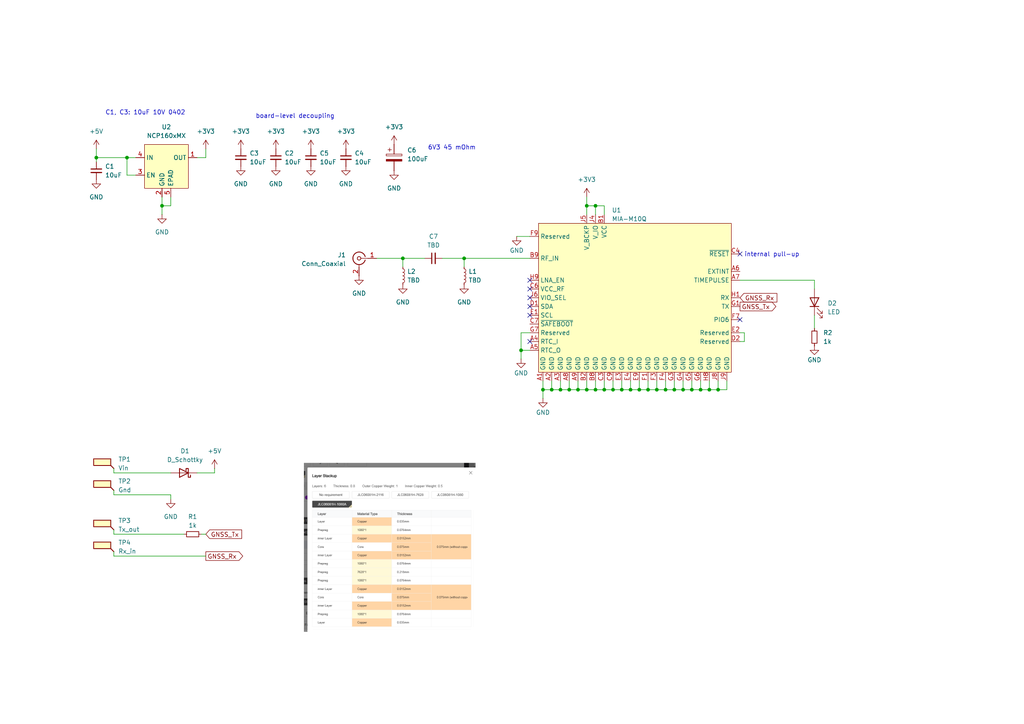
<source format=kicad_sch>
(kicad_sch (version 20231120) (generator "eeschema") (generator_version "8.0")
  (paper "A4")
  (lib_symbols
    (symbol "Connector:Conn_Coaxial" (pin_names (offset 1.016) hide)
      (property "Reference" "J" (at 0.254 3.048 0))
      (property "Value" "Conn_Coaxial" (at 2.921 0 90))
      (symbol "Conn_Coaxial_0_1"
        (arc (start -1.778 -0.508) (mid 0.2311 -1.8066) (end 1.778 0) (stroke (width 0.254)))
        (polyline (pts (xy -2.54 0) (xy -0.508 0)))
        (polyline (pts (xy 0 -2.54) (xy 0 -1.778)))
        (circle (center 0 0) (radius 0.508) (stroke (width 0.2032)))
        (arc (start 1.778 0) (mid 0.2099 1.8101) (end -1.778 0.508) (stroke (width 0.254)))
      )
      (symbol "Conn_Coaxial_1_1"
        (pin passive line (at -5.08 0 0) (length 2.54) (name "In") (number "1"))
        (pin passive line (at 0 -5.08 90) (length 2.54) (name "Ext") (number "2"))
      )
    )
    (symbol "Connector:TestPoint_Flag" (pin_numbers hide) (pin_names (offset 0.762) hide)
      (property "Reference" "TP" (at 3.429 1.778 0))
      (property "Value" "TestPoint_Flag" (at 3.302 4.191 0))
      (symbol "TestPoint_Flag_0_1"
        (polyline (pts (xy 0 0) (xy 0.889 0.889)) (stroke (width 0.254)))
        (rectangle (start 0.889 2.794) (end 5.842 0.889) (stroke (width 0.254)) (fill (type background)))
      )
      (symbol "TestPoint_Flag_1_1"
        (pin passive line (at 0 0 90) (length 0) (name "1") (number "1"))
      )
    )
    (symbol "Device:C_Polarized" (pin_numbers hide) (pin_names (offset 0.254))
      (property "Reference" "C" (at 0.635 2.54 0))
      (property "Value" "C_Polarized" (at 0.635 -2.54 0))
      (symbol "C_Polarized_0_1"
        (rectangle (start -2.286 0.508) (end 2.286 1.016))
        (polyline (pts (xy -1.778 2.286) (xy -0.762 2.286)))
        (polyline (pts (xy -1.27 2.794) (xy -1.27 1.778)))
        (rectangle (start 2.286 -0.508) (end -2.286 -1.016) (fill (type outline)))
      )
      (symbol "C_Polarized_1_1"
        (pin passive line (at 0 3.81 270) (length 2.794) (name "~") (number "1"))
        (pin passive line (at 0 -3.81 90) (length 2.794) (name "~") (number "2"))
      )
    )
    (symbol "Device:C_Small" (pin_numbers hide) (pin_names (offset 0.254) hide)
      (property "Reference" "C" (at 0.254 1.778 0))
      (property "Value" "C_Small" (at 0.254 -2.032 0))
      (symbol "C_Small_0_1"
        (polyline (pts (xy -1.524 -0.508) (xy 1.524 -0.508)) (stroke (width 0.3302)))
        (polyline (pts (xy -1.524 0.508) (xy 1.524 0.508)) (stroke (width 0.3048)))
      )
      (symbol "C_Small_1_1"
        (pin passive line (at 0 2.54 270) (length 2.032) (name "~") (number "1"))
        (pin passive line (at 0 -2.54 90) (length 2.032) (name "~") (number "2"))
      )
    )
    (symbol "Device:D_Schottky" (pin_numbers hide) (pin_names (offset 1.016) hide)
      (property "Reference" "D" (at 0 2.54 0))
      (property "Value" "D_Schottky" (at 0 -2.54 0))
      (symbol "D_Schottky_0_1"
        (polyline (pts (xy 1.27 0) (xy -1.27 0)))
        (polyline (pts (xy 1.27 1.27) (xy 1.27 -1.27) (xy -1.27 0) (xy 1.27 1.27)) (stroke (width 0.254)))
        (polyline (pts (xy -1.905 0.635) (xy -1.905 1.27) (xy -1.27 1.27) (xy -1.27 -1.27) (xy -0.635 -1.27) (xy -0.635 -0.635)) (stroke (width 0.254)))
      )
      (symbol "D_Schottky_1_1"
        (pin passive line (at -3.81 0 0) (length 2.54) (name "K") (number "1"))
        (pin passive line (at 3.81 0 180) (length 2.54) (name "A") (number "2"))
      )
    )
    (symbol "Device:LED" (pin_numbers hide) (pin_names (offset 1.016) hide)
      (property "Reference" "D" (at 0 2.54 0))
      (property "Value" "LED" (at 0 -2.54 0))
      (symbol "LED_0_1"
        (polyline (pts (xy -1.27 -1.27) (xy -1.27 1.27)) (stroke (width 0.254)))
        (polyline (pts (xy -1.27 0) (xy 1.27 0)))
        (polyline (pts (xy 1.27 -1.27) (xy 1.27 1.27) (xy -1.27 0) (xy 1.27 -1.27)) (stroke (width 0.254)))
        (polyline (pts (xy -3.048 -0.762) (xy -4.572 -2.286) (xy -3.81 -2.286) (xy -4.572 -2.286) (xy -4.572 -1.524)))
        (polyline (pts (xy -1.778 -0.762) (xy -3.302 -2.286) (xy -2.54 -2.286) (xy -3.302 -2.286) (xy -3.302 -1.524)))
      )
      (symbol "LED_1_1"
        (pin passive line (at -3.81 0 0) (length 2.54) (name "K") (number "1"))
        (pin passive line (at 3.81 0 180) (length 2.54) (name "A") (number "2"))
      )
    )
    (symbol "Device:L_Small" (pin_numbers hide) (pin_names (offset 0.254) hide)
      (property "Reference" "L" (at 0.762 1.016 0))
      (property "Value" "L_Small" (at 0.762 -1.016 0))
      (symbol "L_Small_0_1"
        (arc (start 0 -2.032) (mid 0.5058 -1.524) (end 0 -1.016))
        (arc (start 0 -1.016) (mid 0.5058 -0.508) (end 0 0))
        (arc (start 0 0) (mid 0.5058 0.508) (end 0 1.016))
        (arc (start 0 1.016) (mid 0.5058 1.524) (end 0 2.032))
      )
      (symbol "L_Small_1_1"
        (pin passive line (at 0 2.54 270) (length 0.508) (name "~") (number "1"))
        (pin passive line (at 0 -2.54 90) (length 0.508) (name "~") (number "2"))
      )
    )
    (symbol "Device:R_Small" (pin_numbers hide) (pin_names (offset 0.254) hide)
      (property "Reference" "R" (at 0.762 0.508 0))
      (property "Value" "R_Small" (at 0.762 -1.016 0))
      (symbol "R_Small_0_1"
        (rectangle (start -0.762 1.778) (end 0.762 -1.778) (stroke (width 0.2032)))
      )
      (symbol "R_Small_1_1"
        (pin passive line (at 0 2.54 270) (length 0.762) (name "~") (number "1"))
        (pin passive line (at 0 -2.54 90) (length 0.762) (name "~") (number "2"))
      )
    )
    (symbol "PicoM10:MIA-M10Q"
      (property "Reference" "U" (at 0 0 0))
      (symbol "MIA-M10Q_0_0"
        (pin unspecified line (at -27.94 -21.59 90) (length 2.54) (name "GND") (number "A1"))
        (pin unspecified line (at -25.4 -21.59 90) (length 2.54) (name "GND") (number "A2"))
        (pin unspecified line (at -22.86 -21.59 90) (length 2.54) (name "GND") (number "A3"))
        (pin unspecified line (at -31.75 -10.16 0) (length 2.54) (name "RTC_I") (number "A4"))
        (pin unspecified line (at -31.75 -12.7 0) (length 2.54) (name "RTC_O") (number "A5"))
        (pin unspecified line (at 29.21 10.16 180) (length 2.54) (name "EXTINT") (number "A6"))
        (pin unspecified line (at 29.21 7.62 180) (length 2.54) (name "TIMEPULSE") (number "A7"))
        (pin unspecified line (at -20.32 -21.59 90) (length 2.54) (name "GND") (number "A8"))
        (pin unspecified line (at -17.78 -21.59 90) (length 2.54) (name "GND") (number "A9"))
        (pin unspecified line (at -10.16 26.67 270) (length 2.54) (name "VCC") (number "B1"))
        (pin unspecified line (at -15.24 -21.59 90) (length 2.54) (name "GND") (number "B2"))
        (pin unspecified line (at -12.7 -21.59 90) (length 2.54) (name "GND") (number "B8"))
        (pin unspecified line (at -31.75 13.97 0) (length 2.54) (name "RF_IN") (number "B9"))
        (pin no_connect line (at 13.97 26.67 270) (length 2.54) hide (name "Reserved") (number "C1"))
        (pin unspecified line (at -10.16 -21.59 90) (length 2.54) (name "GND") (number "C3"))
        (pin unspecified line (at 29.21 15.24 180) (length 2.54) (name "~{RESET}") (number "C4"))
        (pin no_connect line (at 11.43 26.67 270) (length 2.54) hide (name "Reserved") (number "C5"))
        (pin unspecified line (at -31.75 5.08 0) (length 2.54) (name "VCC_RF") (number "C6"))
        (pin unspecified line (at -31.75 -5.08 0) (length 2.54) (name "~{SAFEBOOT}") (number "C7"))
        (pin unspecified line (at -7.62 -21.59 90) (length 2.54) (name "GND") (number "C9"))
        (pin unspecified line (at -31.75 0 0) (length 2.54) (name "SDA") (number "D1"))
        (pin unspecified line (at 29.21 -10.16 180) (length 2.54) (name "Reserved") (number "D2"))
        (pin no_connect line (at 8.89 26.67 270) (length 2.54) hide (name "Reserved") (number "D9"))
        (pin unspecified line (at -31.75 -2.54 0) (length 2.54) (name "SCL") (number "E1"))
        (pin unspecified line (at 29.21 -7.62 180) (length 2.54) (name "Reserved") (number "E2"))
        (pin unspecified line (at -5.08 -21.59 90) (length 2.54) (name "GND") (number "E3"))
        (pin unspecified line (at -2.54 -21.59 90) (length 2.54) (name "GND") (number "E4"))
        (pin no_connect line (at 6.35 26.67 270) (length 2.54) hide (name "Reserved") (number "E7"))
        (pin unspecified line (at 0 -21.59 90) (length 2.54) (name "GND") (number "E9"))
        (pin unspecified line (at 2.54 -21.59 90) (length 2.54) (name "GND") (number "F1"))
        (pin unspecified line (at 5.08 -21.59 90) (length 2.54) (name "GND") (number "F3"))
        (pin unspecified line (at 7.62 -21.59 90) (length 2.54) (name "GND") (number "F4"))
        (pin unspecified line (at 29.21 -3.81 180) (length 2.54) (name "PIO6") (number "F7"))
        (pin unspecified line (at -31.75 20.32 0) (length 2.54) (name "Reserved") (number "F9"))
        (pin unspecified line (at 29.21 0 180) (length 2.54) (name "TX") (number "G1"))
        (pin unspecified line (at 10.16 -21.59 90) (length 2.54) (name "GND") (number "G3"))
        (pin unspecified line (at 12.7 -21.59 90) (length 2.54) (name "GND") (number "G4"))
        (pin unspecified line (at 15.24 -21.59 90) (length 2.54) (name "GND") (number "G5"))
        (pin unspecified line (at 17.78 -21.59 90) (length 2.54) (name "GND") (number "G6"))
        (pin unspecified line (at -31.75 -7.62 0) (length 2.54) (name "Reserved") (number "G7"))
        (pin no_connect line (at 3.81 26.67 270) (length 2.54) hide (name "Reserved") (number "G9"))
        (pin unspecified line (at 29.21 2.54 180) (length 2.54) (name "RX") (number "H1"))
        (pin unspecified line (at 20.32 -21.59 90) (length 2.54) (name "GND") (number "H8"))
        (pin unspecified line (at -31.75 7.62 0) (length 2.54) (name "LNA_EN") (number "H9"))
        (pin no_connect line (at 1.27 26.67 270) (length 2.54) hide (name "Reserved") (number "J1"))
        (pin no_connect line (at -1.27 26.67 270) (length 2.54) hide (name "Reserved") (number "J2"))
        (pin no_connect line (at -3.81 26.67 270) (length 2.54) hide (name "Reserved") (number "J3"))
        (pin unspecified line (at -12.7 26.67 270) (length 2.54) (name "V_IO") (number "J4"))
        (pin unspecified line (at -15.24 26.67 270) (length 2.54) (name "V_BCKP") (number "J5"))
        (pin unspecified line (at -31.75 2.54 0) (length 2.54) (name "VIO_SEL") (number "J6"))
        (pin no_connect line (at -6.35 26.67 270) (length 2.54) hide (name "Reserved") (number "J7"))
        (pin unspecified line (at 22.86 -21.59 90) (length 2.54) (name "GND") (number "J8"))
        (pin unspecified line (at 25.4 -21.59 90) (length 2.54) (name "GND") (number "J9"))
      )
      (symbol "MIA-M10Q_0_1"
        (rectangle (start -29.21 24.13) (end 26.67 -19.05) (fill (type background)))
      )
    )
    (symbol "PicoM10:NCP160xMX"
      (property "Reference" "U" (at 0 5.08 0))
      (property "Value" "NCP160xMX" (at 0 0 0))
      (symbol "NCP160xMX_0_1"
        (rectangle (start -6.35 6.35) (end 6.35 -6.35) (stroke (width 0.1524)) (fill (type background)))
      )
      (symbol "NCP160xMX_1_1"
        (pin power_out line (at 8.89 2.54 180) (length 2.54) (name "OUT") (number "1"))
        (pin power_in line (at -1.27 -8.89 90) (length 2.54) (name "GND") (number "2"))
        (pin passive line (at -8.89 -2.54 0) (length 2.54) (name "EN") (number "3"))
        (pin power_in line (at -8.89 2.54 0) (length 2.54) (name "IN") (number "4"))
        (pin power_in line (at 1.27 -8.89 90) (length 2.54) (name "EPAD") (number "5"))
      )
    )
    (symbol "power:+3V3" (power) (pin_numbers hide) (pin_names (offset 0) hide)
      (property "Value" "+3V3" (at 0 3.556 0))
      (symbol "+3V3_0_1"
        (polyline (pts (xy -0.762 1.27) (xy 0 2.54)))
        (polyline (pts (xy 0 0) (xy 0 2.54)))
        (polyline (pts (xy 0 2.54) (xy 0.762 1.27)))
      )
      (symbol "+3V3_1_1"
        (pin power_in line (at 0 0 90) (length 0) (name "~") (number "1"))
      )
    )
    (symbol "power:+5V" (power) (pin_numbers hide) (pin_names (offset 0) hide)
      (property "Value" "+5V" (at 0 3.556 0))
      (symbol "+5V_0_1"
        (polyline (pts (xy -0.762 1.27) (xy 0 2.54)))
        (polyline (pts (xy 0 0) (xy 0 2.54)))
        (polyline (pts (xy 0 2.54) (xy 0.762 1.27)))
      )
      (symbol "+5V_1_1"
        (pin power_in line (at 0 0 90) (length 0) (name "~") (number "1"))
      )
    )
    (symbol "power:GND" (power) (pin_numbers hide) (pin_names (offset 0) hide)
      (property "Value" "GND" (at 0 -3.81 0))
      (symbol "GND_0_1"
        (polyline (pts (xy 0 0) (xy 0 -1.27) (xy 1.27 -1.27) (xy 0 -2.54) (xy -1.27 -1.27) (xy 0 -1.27)))
      )
      (symbol "GND_1_1"
        (pin power_in line (at 0 0 270) (length 0) (name "~") (number "1"))
      )
    )
  )
  (junction (at 187.96 113.03))
  (junction (at 160.02 113.03))
  (junction (at 182.88 113.03))
  (junction (at 36.83 45.72))
  (junction (at 208.28 113.03))
  (junction (at 200.66 113.03))
  (junction (at 116.84 74.93))
  (junction (at 205.74 113.03))
  (junction (at 27.94 45.72))
  (junction (at 162.56 113.03))
  (junction (at 167.64 113.03))
  (junction (at 165.1 113.03))
  (junction (at 180.34 113.03))
  (junction (at 175.26 113.03))
  (junction (at 198.12 113.03))
  (junction (at 157.48 113.03))
  (junction (at 134.62 74.93))
  (junction (at 193.04 113.03))
  (junction (at 172.72 59.69))
  (junction (at 170.18 59.69))
  (junction (at 177.8 113.03))
  (junction (at 172.72 113.03))
  (junction (at 185.42 113.03))
  (junction (at 190.5 113.03))
  (junction (at 203.2 113.03))
  (junction (at 170.18 113.03))
  (junction (at 151.13 101.6))
  (junction (at 46.99 59.69))
  (junction (at 195.58 113.03))
  (no_connect (at 153.67 99.06))
  (no_connect (at 153.67 91.44))
  (no_connect (at 153.67 83.82))
  (no_connect (at 153.67 88.9))
  (no_connect (at 153.67 81.28))
  (no_connect (at 214.63 92.71))
  (no_connect (at 153.67 86.36))
  (no_connect (at 214.63 73.66))
  (wire (pts (xy 33.02 153.67) (xy 33.02 154.94)))
  (wire (pts (xy 27.94 46.99) (xy 27.94 45.72)))
  (wire (pts (xy 153.67 68.58) (xy 149.86 68.58)))
  (wire (pts (xy 208.28 110.49) (xy 208.28 113.03)))
  (wire (pts (xy 33.02 161.29) (xy 59.69 161.29)))
  (wire (pts (xy 134.62 74.93) (xy 134.62 77.47)))
  (wire (pts (xy 153.67 101.6) (xy 151.13 101.6)))
  (wire (pts (xy 172.72 62.23) (xy 172.72 59.69)))
  (wire (pts (xy 170.18 59.69) (xy 170.18 62.23)))
  (wire (pts (xy 151.13 96.52) (xy 151.13 101.6)))
  (wire (pts (xy 39.37 50.8) (xy 36.83 50.8)))
  (wire (pts (xy 170.18 59.69) (xy 172.72 59.69)))
  (wire (pts (xy 33.02 135.89) (xy 33.02 137.16)))
  (wire (pts (xy 36.83 50.8) (xy 36.83 45.72)))
  (wire (pts (xy 198.12 113.03) (xy 200.66 113.03)))
  (wire (pts (xy 151.13 101.6) (xy 151.13 104.14)))
  (wire (pts (xy 193.04 110.49) (xy 193.04 113.03)))
  (wire (pts (xy 172.72 110.49) (xy 172.72 113.03)))
  (wire (pts (xy 177.8 113.03) (xy 180.34 113.03)))
  (wire (pts (xy 165.1 113.03) (xy 167.64 113.03)))
  (wire (pts (xy 49.53 59.69) (xy 46.99 59.69)))
  (wire (pts (xy 187.96 110.49) (xy 187.96 113.03)))
  (wire (pts (xy 195.58 113.03) (xy 198.12 113.03)))
  (wire (pts (xy 214.63 96.52) (xy 215.9 96.52)))
  (wire (pts (xy 200.66 113.03) (xy 203.2 113.03)))
  (wire (pts (xy 165.1 110.49) (xy 165.1 113.03)))
  (wire (pts (xy 160.02 110.49) (xy 160.02 113.03)))
  (wire (pts (xy 57.15 137.16) (xy 62.23 137.16)))
  (wire (pts (xy 116.84 74.93) (xy 116.84 77.47)))
  (wire (pts (xy 182.88 113.03) (xy 185.42 113.03)))
  (wire (pts (xy 215.9 96.52) (xy 215.9 99.06)))
  (wire (pts (xy 36.83 45.72) (xy 39.37 45.72)))
  (wire (pts (xy 153.67 96.52) (xy 151.13 96.52)))
  (wire (pts (xy 160.02 113.03) (xy 162.56 113.03)))
  (wire (pts (xy 116.84 74.93) (xy 123.19 74.93)))
  (wire (pts (xy 172.72 59.69) (xy 175.26 59.69)))
  (wire (pts (xy 27.94 45.72) (xy 36.83 45.72)))
  (wire (pts (xy 214.63 99.06) (xy 215.9 99.06)))
  (wire (pts (xy 109.22 74.93) (xy 116.84 74.93)))
  (wire (pts (xy 193.04 113.03) (xy 195.58 113.03)))
  (wire (pts (xy 185.42 113.03) (xy 187.96 113.03)))
  (wire (pts (xy 167.64 113.03) (xy 170.18 113.03)))
  (wire (pts (xy 175.26 62.23) (xy 175.26 59.69)))
  (wire (pts (xy 167.64 110.49) (xy 167.64 113.03)))
  (wire (pts (xy 33.02 142.24) (xy 33.02 143.51)))
  (wire (pts (xy 58.42 154.94) (xy 59.69 154.94)))
  (wire (pts (xy 200.66 110.49) (xy 200.66 113.03)))
  (wire (pts (xy 172.72 113.03) (xy 175.26 113.03)))
  (wire (pts (xy 33.02 154.94) (xy 53.34 154.94)))
  (wire (pts (xy 190.5 110.49) (xy 190.5 113.03)))
  (wire (pts (xy 208.28 113.03) (xy 210.82 113.03)))
  (wire (pts (xy 157.48 110.49) (xy 157.48 113.03)))
  (wire (pts (xy 198.12 110.49) (xy 198.12 113.03)))
  (wire (pts (xy 33.02 137.16) (xy 49.53 137.16)))
  (wire (pts (xy 180.34 113.03) (xy 182.88 113.03)))
  (wire (pts (xy 170.18 110.49) (xy 170.18 113.03)))
  (wire (pts (xy 59.69 43.18) (xy 59.69 45.72)))
  (wire (pts (xy 162.56 113.03) (xy 165.1 113.03)))
  (wire (pts (xy 180.34 110.49) (xy 180.34 113.03)))
  (wire (pts (xy 46.99 57.15) (xy 46.99 59.69)))
  (wire (pts (xy 49.53 57.15) (xy 49.53 59.69)))
  (wire (pts (xy 128.27 74.93) (xy 134.62 74.93)))
  (wire (pts (xy 46.99 59.69) (xy 46.99 62.23)))
  (wire (pts (xy 62.23 135.89) (xy 62.23 137.16)))
  (wire (pts (xy 203.2 113.03) (xy 205.74 113.03)))
  (wire (pts (xy 170.18 113.03) (xy 172.72 113.03)))
  (wire (pts (xy 182.88 110.49) (xy 182.88 113.03)))
  (wire (pts (xy 157.48 113.03) (xy 160.02 113.03)))
  (wire (pts (xy 134.62 74.93) (xy 153.67 74.93)))
  (wire (pts (xy 170.18 57.15) (xy 170.18 59.69)))
  (wire (pts (xy 214.63 81.28) (xy 236.22 81.28)))
  (wire (pts (xy 157.48 113.03) (xy 157.48 115.57)))
  (wire (pts (xy 203.2 110.49) (xy 203.2 113.03)))
  (wire (pts (xy 195.58 110.49) (xy 195.58 113.03)))
  (wire (pts (xy 205.74 113.03) (xy 208.28 113.03)))
  (wire (pts (xy 175.26 113.03) (xy 177.8 113.03)))
  (wire (pts (xy 210.82 110.49) (xy 210.82 113.03)))
  (wire (pts (xy 205.74 110.49) (xy 205.74 113.03)))
  (wire (pts (xy 33.02 160.02) (xy 33.02 161.29)))
  (wire (pts (xy 236.22 81.28) (xy 236.22 83.82)))
  (wire (pts (xy 177.8 110.49) (xy 177.8 113.03)))
  (wire (pts (xy 190.5 113.03) (xy 193.04 113.03)))
  (wire (pts (xy 236.22 91.44) (xy 236.22 95.25)))
  (wire (pts (xy 27.94 43.18) (xy 27.94 45.72)))
  (wire (pts (xy 162.56 110.49) (xy 162.56 113.03)))
  (wire (pts (xy 49.53 143.51) (xy 49.53 144.78)))
  (wire (pts (xy 175.26 110.49) (xy 175.26 113.03)))
  (wire (pts (xy 185.42 110.49) (xy 185.42 113.03)))
  (wire (pts (xy 187.96 113.03) (xy 190.5 113.03)))
  (wire (pts (xy 33.02 143.51) (xy 49.53 143.51)))
  (wire (pts (xy 57.15 45.72) (xy 59.69 45.72)))
  (image (at 113.03 158.75) (scale 0.235179))
  (text "C1, C3: 10uF 10V 0402" (at 42.164 32.766 0) (effects (font (size 1.27 1.27))))
  (text "board-level decoupling" (at 85.598 33.782 0) (effects (font (size 1.27 1.27))))
  (text "internal pull-up" (at 215.9 73.914 0) (effects (font (size 1.27 1.27)) (justify left)))
  (text "6V3 45 mOhm" (at 131.064 42.926 0) (effects (font (size 1.27 1.27))))
  (global_label "GNSS_Rx" (shape output) (at 59.69 161.29 0) (property "Intersheetrefs" "${INTERSHEET_REFS}" (effects (hide yes))))
  (global_label "GNSS_Rx" (shape input) (at 214.63 86.36 0) (property "Intersheetrefs" "${INTERSHEET_REFS}" (effects (hide yes))))
  (global_label "GNSS_Tx" (shape input) (at 59.69 154.94 0) (property "Intersheetrefs" "${INTERSHEET_REFS}" (effects (hide yes))))
  (global_label "GNSS_Tx" (shape output) (at 214.63 88.9 0) (property "Intersheetrefs" "${INTERSHEET_REFS}" (effects (hide yes))))
  (symbol (lib_id "power:GND") (at 149.86 68.58 0) (unit 1)
    (property "Reference" "#PWR01" (effects (hide yes)))
    (property "Value" "GND" (at 149.86 72.644 0))
    (property "Description" "Power symbol creates a global label with name \"GND\" , ground" (effects (hide yes)))
  )
  (symbol (lib_id "Device:C_Small") (at 125.73 74.93 90) (unit 1)
    (property "Reference" "C7" (at 125.7363 68.58 90))
    (property "Value" "TBD" (at 125.7363 71.12 90))
    (property "Footprint" "PicoM10:C_0201_0603Metric_mod" (effects (hide yes)))
    (property "Description" "Unpolarized capacitor, small symbol" (effects (hide yes)))
  )
  (symbol (lib_id "Device:C_Small") (at 80.01 45.72 0) (unit 1)
    (property "Reference" "C2" (at 82.55 44.4562 0) (effects (justify left)))
    (property "Value" "10uF" (at 82.55 46.9962 0) (effects (justify left)))
    (property "Footprint" "Capacitor_SMD:C_0402_1005Metric" (effects (hide yes)))
    (property "Description" "Unpolarized capacitor, small symbol" (effects (hide yes)))
  )
  (symbol (lib_id "power:+3V3") (at 114.3 41.91 0) (unit 1)
    (property "Reference" "#PWR014" (effects (hide yes)))
    (property "Value" "+3V3" (at 114.3 36.83 0))
    (property "Description" "Power symbol creates a global label with name \"+3V3\"" (effects (hide yes)))
  )
  (symbol (lib_id "power:GND") (at 49.53 144.78 0) (unit 1)
    (property "Reference" "#PWR05" (effects (hide yes)))
    (property "Value" "GND" (at 49.53 149.86 0))
    (property "Description" "Power symbol creates a global label with name \"GND\" , ground" (effects (hide yes)))
  )
  (symbol (lib_id "Device:LED") (at 236.22 87.63 90) (unit 1)
    (property "Reference" "D2" (at 240.03 87.9474 90) (effects (justify right)))
    (property "Value" "LED" (at 240.03 90.4874 90) (effects (justify right)))
    (property "Footprint" "PicoM10:LED_0201_0603Metric_mod" (effects (hide yes)))
    (property "Description" "Light emitting diode" (effects (hide yes)))
  )
  (symbol (lib_id "Connector:Conn_Coaxial") (at 104.14 74.93 0) (mirror y) (unit 1)
    (property "Reference" "J1" (at 100.33 73.9531 0) (effects (justify left)))
    (property "Value" "Conn_Coaxial" (at 100.33 76.4931 0) (effects (justify left)))
    (property "Footprint" "Connector_Coaxial:U.FL_Molex_MCRF_73412-0110_Vertical" (effects (hide yes)))
    (property "Description" "coaxial connector (BNC, SMA, SMB, SMC, Cinch/RCA, LEMO, ...)" (effects (hide yes)))
  )
  (symbol (lib_id "PicoM10:MIA-M10Q") (at 185.42 88.9 0) (unit 1)
    (property "Reference" "U1" (at 177.4541 60.96 0) (effects (justify left)))
    (property "Value" "MIA-M10Q" (at 177.4541 63.5 0) (effects (justify left)))
    (property "Footprint" "PicoM10:SLGA-53_MIA-M10Q" (effects (hide yes)))
  )
  (symbol (lib_id "Connector:TestPoint_Flag") (at 33.02 160.02 0) (mirror y) (unit 1)
    (property "Reference" "TP4" (at 34.29 157.3529 0) (effects (justify right)))
    (property "Value" "Rx_in" (at 34.29 159.8929 0) (effects (justify right)))
    (property "Footprint" "PicoM10:solderpad_castellated_2x2mm" (effects (hide yes)))
    (property "Description" "test point (alternative flag-style design)" (effects (hide yes)))
  )
  (symbol (lib_id "Device:C_Small") (at 69.85 45.72 0) (unit 1)
    (property "Reference" "C3" (at 72.39 44.4562 0) (effects (justify left)))
    (property "Value" "10uF" (at 72.39 46.9962 0) (effects (justify left)))
    (property "Footprint" "Capacitor_SMD:C_0402_1005Metric" (effects (hide yes)))
    (property "Description" "Unpolarized capacitor, small symbol" (effects (hide yes)))
  )
  (symbol (lib_id "power:+3V3") (at 59.69 43.18 0) (unit 1)
    (property "Reference" "#PWR011" (effects (hide yes)))
    (property "Value" "+3V3" (at 59.69 38.1 0))
    (property "Description" "Power symbol creates a global label with name \"+3V3\"" (effects (hide yes)))
  )
  (symbol (lib_id "power:+5V") (at 27.94 43.18 0) (unit 1)
    (property "Reference" "#PWR012" (effects (hide yes)))
    (property "Value" "+5V" (at 27.94 38.1 0))
    (property "Description" "Power symbol creates a global label with name \"+5V\"" (effects (hide yes)))
  )
  (symbol (lib_id "Device:C_Polarized") (at 114.3 45.72 0) (unit 1)
    (property "Reference" "C6" (at 118.11 43.5609 0) (effects (justify left)))
    (property "Value" "100uF" (at 118.11 46.1009 0) (effects (justify left)))
    (property "Footprint" "Capacitor_Tantalum_SMD:CP_EIA-3216-10_Kemet-I" (effects (hide yes)))
    (property "Description" "Polarized capacitor" (effects (hide yes)))
  )
  (symbol (lib_id "power:GND") (at 69.85 48.26 0) (unit 1)
    (property "Reference" "#PWR09" (effects (hide yes)))
    (property "Value" "GND" (at 69.85 53.34 0))
    (property "Description" "Power symbol creates a global label with name \"GND\" , ground" (effects (hide yes)))
  )
  (symbol (lib_id "Device:L_Small") (at 134.62 80.01 0) (unit 1)
    (property "Reference" "L1" (at 135.89 78.7399 0) (effects (justify left)))
    (property "Value" "TBD" (at 135.89 81.2799 0) (effects (justify left)))
    (property "Footprint" "PicoM10:C_0201_0603Metric_mod" (effects (hide yes)))
    (property "Description" "Inductor, small symbol" (effects (hide yes)))
  )
  (symbol (lib_id "Connector:TestPoint_Flag") (at 33.02 142.24 0) (mirror y) (unit 1)
    (property "Reference" "TP2" (at 34.29 139.5729 0) (effects (justify right)))
    (property "Value" "Gnd" (at 34.29 142.1129 0) (effects (justify right)))
    (property "Footprint" "PicoM10:solderpad_castellated_2x2mm" (effects (hide yes)))
    (property "Description" "test point (alternative flag-style design)" (effects (hide yes)))
  )
  (symbol (lib_id "power:GND") (at 157.48 115.57 0) (unit 1)
    (property "Reference" "#PWR010" (effects (hide yes)))
    (property "Value" "GND" (at 157.48 119.634 0))
    (property "Description" "Power symbol creates a global label with name \"GND\" , ground" (effects (hide yes)))
  )
  (symbol (lib_id "power:GND") (at 100.33 48.26 0) (unit 1)
    (property "Reference" "#PWR022" (effects (hide yes)))
    (property "Value" "GND" (at 100.33 53.34 0))
    (property "Description" "Power symbol creates a global label with name \"GND\" , ground" (effects (hide yes)))
  )
  (symbol (lib_id "power:GND") (at 116.84 82.55 0) (mirror y) (unit 1)
    (property "Reference" "#PWR024" (effects (hide yes)))
    (property "Value" "GND" (at 116.84 87.63 0))
    (property "Description" "Power symbol creates a global label with name \"GND\" , ground" (effects (hide yes)))
  )
  (symbol (lib_id "power:+3V3") (at 80.01 43.18 0) (unit 1)
    (property "Reference" "#PWR017" (effects (hide yes)))
    (property "Value" "+3V3" (at 80.01 38.1 0))
    (property "Description" "Power symbol creates a global label with name \"+3V3\"" (effects (hide yes)))
  )
  (symbol (lib_id "power:GND") (at 236.22 100.33 0) (unit 1)
    (property "Reference" "#PWR013" (effects (hide yes)))
    (property "Value" "GND" (at 236.22 104.394 0))
    (property "Description" "Power symbol creates a global label with name \"GND\" , ground" (effects (hide yes)))
  )
  (symbol (lib_id "power:GND") (at 114.3 49.53 0) (unit 1)
    (property "Reference" "#PWR015" (effects (hide yes)))
    (property "Value" "GND" (at 114.3 54.61 0))
    (property "Description" "Power symbol creates a global label with name \"GND\" , ground" (effects (hide yes)))
  )
  (symbol (lib_id "power:GND") (at 151.13 104.14 0) (unit 1)
    (property "Reference" "#PWR08" (effects (hide yes)))
    (property "Value" "GND" (at 151.13 108.204 0))
    (property "Description" "Power symbol creates a global label with name \"GND\" , ground" (effects (hide yes)))
  )
  (symbol (lib_id "PicoM10:NCP160xMX") (at 48.26 48.26 0) (unit 1)
    (property "Reference" "U2" (at 48.26 36.83 0))
    (property "Value" "NCP160xMX" (at 48.26 39.37 0))
    (property "Footprint" "Package_DFN_QFN:UDFN-4-1EP_1x1mm_P0.65mm_EP0.48x0.48mm" (effects (hide yes)))
  )
  (symbol (lib_id "power:GND") (at 46.99 62.23 0) (unit 1)
    (property "Reference" "#PWR07" (effects (hide yes)))
    (property "Value" "GND" (at 46.99 67.31 0))
    (property "Description" "Power symbol creates a global label with name \"GND\" , ground" (effects (hide yes)))
  )
  (symbol (lib_id "Device:C_Small") (at 27.94 49.53 0) (unit 1)
    (property "Reference" "C1" (at 30.48 48.2662 0) (effects (justify left)))
    (property "Value" "10uF" (at 30.48 50.8062 0) (effects (justify left)))
    (property "Footprint" "Capacitor_SMD:C_0402_1005Metric" (effects (hide yes)))
    (property "Description" "Unpolarized capacitor, small symbol" (effects (hide yes)))
  )
  (symbol (lib_id "power:GND") (at 104.14 80.01 0) (mirror y) (unit 1)
    (property "Reference" "#PWR04" (effects (hide yes)))
    (property "Value" "GND" (at 104.14 85.09 0))
    (property "Description" "Power symbol creates a global label with name \"GND\" , ground" (effects (hide yes)))
  )
  (symbol (lib_id "power:+5V") (at 62.23 135.89 0) (unit 1)
    (property "Reference" "#PWR06" (effects (hide yes)))
    (property "Value" "+5V" (at 62.23 130.81 0))
    (property "Description" "Power symbol creates a global label with name \"+5V\"" (effects (hide yes)))
  )
  (symbol (lib_id "Connector:TestPoint_Flag") (at 33.02 153.67 0) (mirror y) (unit 1)
    (property "Reference" "TP3" (at 34.29 151.0029 0) (effects (justify right)))
    (property "Value" "Tx_out" (at 34.29 153.5429 0) (effects (justify right)))
    (property "Footprint" "PicoM10:solderpad_castellated_2x2mm" (effects (hide yes)))
    (property "Description" "test point (alternative flag-style design)" (effects (hide yes)))
  )
  (symbol (lib_id "power:+3V3") (at 90.17 43.18 0) (unit 1)
    (property "Reference" "#PWR019" (effects (hide yes)))
    (property "Value" "+3V3" (at 90.17 38.1 0))
    (property "Description" "Power symbol creates a global label with name \"+3V3\"" (effects (hide yes)))
  )
  (symbol (lib_id "power:+3V3") (at 69.85 43.18 0) (unit 1)
    (property "Reference" "#PWR016" (effects (hide yes)))
    (property "Value" "+3V3" (at 69.85 38.1 0))
    (property "Description" "Power symbol creates a global label with name \"+3V3\"" (effects (hide yes)))
  )
  (symbol (lib_id "Connector:TestPoint_Flag") (at 33.02 135.89 0) (mirror y) (unit 1)
    (property "Reference" "TP1" (at 34.29 133.2229 0) (effects (justify right)))
    (property "Value" "Vin" (at 34.29 135.7629 0) (effects (justify right)))
    (property "Footprint" "PicoM10:solderpad_castellated_2x2mm" (effects (hide yes)))
    (property "Description" "test point (alternative flag-style design)" (effects (hide yes)))
  )
  (symbol (lib_id "power:GND") (at 90.17 48.26 0) (unit 1)
    (property "Reference" "#PWR020" (effects (hide yes)))
    (property "Value" "GND" (at 90.17 53.34 0))
    (property "Description" "Power symbol creates a global label with name \"GND\" , ground" (effects (hide yes)))
  )
  (symbol (lib_id "power:+3V3") (at 100.33 43.18 0) (unit 1)
    (property "Reference" "#PWR021" (effects (hide yes)))
    (property "Value" "+3V3" (at 100.33 38.1 0))
    (property "Description" "Power symbol creates a global label with name \"+3V3\"" (effects (hide yes)))
  )
  (symbol (lib_id "power:GND") (at 80.01 48.26 0) (unit 1)
    (property "Reference" "#PWR018" (effects (hide yes)))
    (property "Value" "GND" (at 80.01 53.34 0))
    (property "Description" "Power symbol creates a global label with name \"GND\" , ground" (effects (hide yes)))
  )
  (symbol (lib_id "Device:C_Small") (at 90.17 45.72 0) (unit 1)
    (property "Reference" "C5" (at 92.71 44.4562 0) (effects (justify left)))
    (property "Value" "10uF" (at 92.71 46.9962 0) (effects (justify left)))
    (property "Footprint" "Capacitor_SMD:C_0402_1005Metric" (effects (hide yes)))
    (property "Description" "Unpolarized capacitor, small symbol" (effects (hide yes)))
  )
  (symbol (lib_id "Device:C_Small") (at 100.33 45.72 0) (unit 1)
    (property "Reference" "C4" (at 102.87 44.4562 0) (effects (justify left)))
    (property "Value" "10uF" (at 102.87 46.9962 0) (effects (justify left)))
    (property "Footprint" "Capacitor_SMD:C_0402_1005Metric" (effects (hide yes)))
    (property "Description" "Unpolarized capacitor, small symbol" (effects (hide yes)))
  )
  (symbol (lib_id "power:+3V3") (at 170.18 57.15 0) (unit 1)
    (property "Reference" "#PWR02" (effects (hide yes)))
    (property "Value" "+3V3" (at 170.18 52.07 0))
    (property "Description" "Power symbol creates a global label with name \"+3V3\"" (effects (hide yes)))
  )
  (symbol (lib_id "Device:L_Small") (at 116.84 80.01 0) (unit 1)
    (property "Reference" "L2" (at 118.11 78.7399 0) (effects (justify left)))
    (property "Value" "TBD" (at 118.11 81.2799 0) (effects (justify left)))
    (property "Footprint" "PicoM10:C_0201_0603Metric_mod" (effects (hide yes)))
    (property "Description" "Inductor, small symbol" (effects (hide yes)))
  )
  (symbol (lib_id "Device:R_Small") (at 55.88 154.94 90) (unit 1)
    (property "Reference" "R1" (at 55.88 149.86 90))
    (property "Value" "1k" (at 55.88 152.4 90))
    (property "Footprint" "PicoM10:R_0201_0603Metric_mod" (effects (hide yes)))
    (property "Description" "Resistor, small symbol" (effects (hide yes)))
  )
  (symbol (lib_id "power:GND") (at 134.62 82.55 0) (mirror y) (unit 1)
    (property "Reference" "#PWR023" (effects (hide yes)))
    (property "Value" "GND" (at 134.62 87.63 0))
    (property "Description" "Power symbol creates a global label with name \"GND\" , ground" (effects (hide yes)))
  )
  (symbol (lib_id "Device:R_Small") (at 236.22 97.79 180) (unit 1)
    (property "Reference" "R2" (at 238.76 96.5199 0) (effects (justify right)))
    (property "Value" "1k" (at 238.76 99.0599 0) (effects (justify right)))
    (property "Footprint" "PicoM10:R_0201_0603Metric_mod" (effects (hide yes)))
    (property "Description" "Resistor, small symbol" (effects (hide yes)))
  )
  (symbol (lib_id "Device:D_Schottky") (at 53.34 137.16 180) (unit 1)
    (property "Reference" "D1" (at 53.6575 130.81 0))
    (property "Value" "D_Schottky" (at 53.6575 133.35 0))
    (property "Footprint" "Diode_SMD:D_SOD-923" (effects (hide yes)))
    (property "Description" "Schottky diode" (effects (hide yes)))
  )
  (symbol (lib_id "power:GND") (at 27.94 52.07 0) (unit 1)
    (property "Reference" "#PWR03" (effects (hide yes)))
    (property "Value" "GND" (at 27.94 57.15 0))
    (property "Description" "Power symbol creates a global label with name \"GND\" , ground" (effects (hide yes)))
  )
)
</source>
